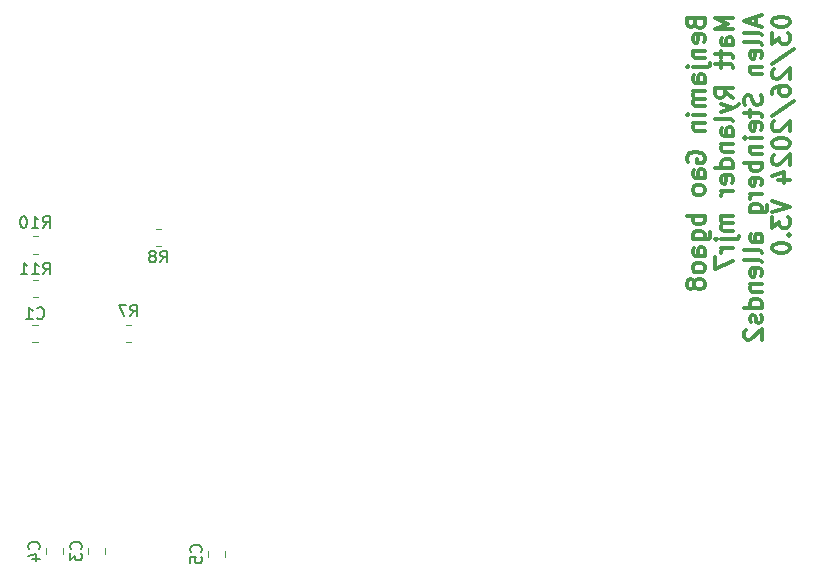
<source format=gbr>
%TF.GenerationSoftware,KiCad,Pcbnew,7.0.10*%
%TF.CreationDate,2024-03-26T13:41:38-05:00*%
%TF.ProjectId,ESP32,45535033-322e-46b6-9963-61645f706362,rev?*%
%TF.SameCoordinates,Original*%
%TF.FileFunction,Legend,Bot*%
%TF.FilePolarity,Positive*%
%FSLAX46Y46*%
G04 Gerber Fmt 4.6, Leading zero omitted, Abs format (unit mm)*
G04 Created by KiCad (PCBNEW 7.0.10) date 2024-03-26 13:41:38*
%MOMM*%
%LPD*%
G01*
G04 APERTURE LIST*
%ADD10C,0.300000*%
%ADD11C,0.150000*%
%ADD12C,0.120000*%
G04 APERTURE END LIST*
D10*
X145694114Y-71158510D02*
X145765542Y-71372796D01*
X145765542Y-71372796D02*
X145836971Y-71444225D01*
X145836971Y-71444225D02*
X145979828Y-71515653D01*
X145979828Y-71515653D02*
X146194114Y-71515653D01*
X146194114Y-71515653D02*
X146336971Y-71444225D01*
X146336971Y-71444225D02*
X146408400Y-71372796D01*
X146408400Y-71372796D02*
X146479828Y-71229939D01*
X146479828Y-71229939D02*
X146479828Y-70658510D01*
X146479828Y-70658510D02*
X144979828Y-70658510D01*
X144979828Y-70658510D02*
X144979828Y-71158510D01*
X144979828Y-71158510D02*
X145051257Y-71301368D01*
X145051257Y-71301368D02*
X145122685Y-71372796D01*
X145122685Y-71372796D02*
X145265542Y-71444225D01*
X145265542Y-71444225D02*
X145408400Y-71444225D01*
X145408400Y-71444225D02*
X145551257Y-71372796D01*
X145551257Y-71372796D02*
X145622685Y-71301368D01*
X145622685Y-71301368D02*
X145694114Y-71158510D01*
X145694114Y-71158510D02*
X145694114Y-70658510D01*
X146408400Y-72729939D02*
X146479828Y-72587082D01*
X146479828Y-72587082D02*
X146479828Y-72301368D01*
X146479828Y-72301368D02*
X146408400Y-72158510D01*
X146408400Y-72158510D02*
X146265542Y-72087082D01*
X146265542Y-72087082D02*
X145694114Y-72087082D01*
X145694114Y-72087082D02*
X145551257Y-72158510D01*
X145551257Y-72158510D02*
X145479828Y-72301368D01*
X145479828Y-72301368D02*
X145479828Y-72587082D01*
X145479828Y-72587082D02*
X145551257Y-72729939D01*
X145551257Y-72729939D02*
X145694114Y-72801368D01*
X145694114Y-72801368D02*
X145836971Y-72801368D01*
X145836971Y-72801368D02*
X145979828Y-72087082D01*
X145479828Y-73444224D02*
X146479828Y-73444224D01*
X145622685Y-73444224D02*
X145551257Y-73515653D01*
X145551257Y-73515653D02*
X145479828Y-73658510D01*
X145479828Y-73658510D02*
X145479828Y-73872796D01*
X145479828Y-73872796D02*
X145551257Y-74015653D01*
X145551257Y-74015653D02*
X145694114Y-74087082D01*
X145694114Y-74087082D02*
X146479828Y-74087082D01*
X145479828Y-74801367D02*
X146765542Y-74801367D01*
X146765542Y-74801367D02*
X146908400Y-74729939D01*
X146908400Y-74729939D02*
X146979828Y-74587082D01*
X146979828Y-74587082D02*
X146979828Y-74515653D01*
X144979828Y-74801367D02*
X145051257Y-74729939D01*
X145051257Y-74729939D02*
X145122685Y-74801367D01*
X145122685Y-74801367D02*
X145051257Y-74872796D01*
X145051257Y-74872796D02*
X144979828Y-74801367D01*
X144979828Y-74801367D02*
X145122685Y-74801367D01*
X146479828Y-76158511D02*
X145694114Y-76158511D01*
X145694114Y-76158511D02*
X145551257Y-76087082D01*
X145551257Y-76087082D02*
X145479828Y-75944225D01*
X145479828Y-75944225D02*
X145479828Y-75658511D01*
X145479828Y-75658511D02*
X145551257Y-75515653D01*
X146408400Y-76158511D02*
X146479828Y-76015653D01*
X146479828Y-76015653D02*
X146479828Y-75658511D01*
X146479828Y-75658511D02*
X146408400Y-75515653D01*
X146408400Y-75515653D02*
X146265542Y-75444225D01*
X146265542Y-75444225D02*
X146122685Y-75444225D01*
X146122685Y-75444225D02*
X145979828Y-75515653D01*
X145979828Y-75515653D02*
X145908400Y-75658511D01*
X145908400Y-75658511D02*
X145908400Y-76015653D01*
X145908400Y-76015653D02*
X145836971Y-76158511D01*
X146479828Y-76872796D02*
X145479828Y-76872796D01*
X145622685Y-76872796D02*
X145551257Y-76944225D01*
X145551257Y-76944225D02*
X145479828Y-77087082D01*
X145479828Y-77087082D02*
X145479828Y-77301368D01*
X145479828Y-77301368D02*
X145551257Y-77444225D01*
X145551257Y-77444225D02*
X145694114Y-77515654D01*
X145694114Y-77515654D02*
X146479828Y-77515654D01*
X145694114Y-77515654D02*
X145551257Y-77587082D01*
X145551257Y-77587082D02*
X145479828Y-77729939D01*
X145479828Y-77729939D02*
X145479828Y-77944225D01*
X145479828Y-77944225D02*
X145551257Y-78087082D01*
X145551257Y-78087082D02*
X145694114Y-78158511D01*
X145694114Y-78158511D02*
X146479828Y-78158511D01*
X146479828Y-78872796D02*
X145479828Y-78872796D01*
X144979828Y-78872796D02*
X145051257Y-78801368D01*
X145051257Y-78801368D02*
X145122685Y-78872796D01*
X145122685Y-78872796D02*
X145051257Y-78944225D01*
X145051257Y-78944225D02*
X144979828Y-78872796D01*
X144979828Y-78872796D02*
X145122685Y-78872796D01*
X145479828Y-79587082D02*
X146479828Y-79587082D01*
X145622685Y-79587082D02*
X145551257Y-79658511D01*
X145551257Y-79658511D02*
X145479828Y-79801368D01*
X145479828Y-79801368D02*
X145479828Y-80015654D01*
X145479828Y-80015654D02*
X145551257Y-80158511D01*
X145551257Y-80158511D02*
X145694114Y-80229940D01*
X145694114Y-80229940D02*
X146479828Y-80229940D01*
X145051257Y-82872797D02*
X144979828Y-82729940D01*
X144979828Y-82729940D02*
X144979828Y-82515654D01*
X144979828Y-82515654D02*
X145051257Y-82301368D01*
X145051257Y-82301368D02*
X145194114Y-82158511D01*
X145194114Y-82158511D02*
X145336971Y-82087082D01*
X145336971Y-82087082D02*
X145622685Y-82015654D01*
X145622685Y-82015654D02*
X145836971Y-82015654D01*
X145836971Y-82015654D02*
X146122685Y-82087082D01*
X146122685Y-82087082D02*
X146265542Y-82158511D01*
X146265542Y-82158511D02*
X146408400Y-82301368D01*
X146408400Y-82301368D02*
X146479828Y-82515654D01*
X146479828Y-82515654D02*
X146479828Y-82658511D01*
X146479828Y-82658511D02*
X146408400Y-82872797D01*
X146408400Y-82872797D02*
X146336971Y-82944225D01*
X146336971Y-82944225D02*
X145836971Y-82944225D01*
X145836971Y-82944225D02*
X145836971Y-82658511D01*
X146479828Y-84229940D02*
X145694114Y-84229940D01*
X145694114Y-84229940D02*
X145551257Y-84158511D01*
X145551257Y-84158511D02*
X145479828Y-84015654D01*
X145479828Y-84015654D02*
X145479828Y-83729940D01*
X145479828Y-83729940D02*
X145551257Y-83587082D01*
X146408400Y-84229940D02*
X146479828Y-84087082D01*
X146479828Y-84087082D02*
X146479828Y-83729940D01*
X146479828Y-83729940D02*
X146408400Y-83587082D01*
X146408400Y-83587082D02*
X146265542Y-83515654D01*
X146265542Y-83515654D02*
X146122685Y-83515654D01*
X146122685Y-83515654D02*
X145979828Y-83587082D01*
X145979828Y-83587082D02*
X145908400Y-83729940D01*
X145908400Y-83729940D02*
X145908400Y-84087082D01*
X145908400Y-84087082D02*
X145836971Y-84229940D01*
X146479828Y-85158511D02*
X146408400Y-85015654D01*
X146408400Y-85015654D02*
X146336971Y-84944225D01*
X146336971Y-84944225D02*
X146194114Y-84872797D01*
X146194114Y-84872797D02*
X145765542Y-84872797D01*
X145765542Y-84872797D02*
X145622685Y-84944225D01*
X145622685Y-84944225D02*
X145551257Y-85015654D01*
X145551257Y-85015654D02*
X145479828Y-85158511D01*
X145479828Y-85158511D02*
X145479828Y-85372797D01*
X145479828Y-85372797D02*
X145551257Y-85515654D01*
X145551257Y-85515654D02*
X145622685Y-85587083D01*
X145622685Y-85587083D02*
X145765542Y-85658511D01*
X145765542Y-85658511D02*
X146194114Y-85658511D01*
X146194114Y-85658511D02*
X146336971Y-85587083D01*
X146336971Y-85587083D02*
X146408400Y-85515654D01*
X146408400Y-85515654D02*
X146479828Y-85372797D01*
X146479828Y-85372797D02*
X146479828Y-85158511D01*
X146479828Y-87444225D02*
X144979828Y-87444225D01*
X145551257Y-87444225D02*
X145479828Y-87587083D01*
X145479828Y-87587083D02*
X145479828Y-87872797D01*
X145479828Y-87872797D02*
X145551257Y-88015654D01*
X145551257Y-88015654D02*
X145622685Y-88087083D01*
X145622685Y-88087083D02*
X145765542Y-88158511D01*
X145765542Y-88158511D02*
X146194114Y-88158511D01*
X146194114Y-88158511D02*
X146336971Y-88087083D01*
X146336971Y-88087083D02*
X146408400Y-88015654D01*
X146408400Y-88015654D02*
X146479828Y-87872797D01*
X146479828Y-87872797D02*
X146479828Y-87587083D01*
X146479828Y-87587083D02*
X146408400Y-87444225D01*
X145479828Y-89444226D02*
X146694114Y-89444226D01*
X146694114Y-89444226D02*
X146836971Y-89372797D01*
X146836971Y-89372797D02*
X146908400Y-89301368D01*
X146908400Y-89301368D02*
X146979828Y-89158511D01*
X146979828Y-89158511D02*
X146979828Y-88944226D01*
X146979828Y-88944226D02*
X146908400Y-88801368D01*
X146408400Y-89444226D02*
X146479828Y-89301368D01*
X146479828Y-89301368D02*
X146479828Y-89015654D01*
X146479828Y-89015654D02*
X146408400Y-88872797D01*
X146408400Y-88872797D02*
X146336971Y-88801368D01*
X146336971Y-88801368D02*
X146194114Y-88729940D01*
X146194114Y-88729940D02*
X145765542Y-88729940D01*
X145765542Y-88729940D02*
X145622685Y-88801368D01*
X145622685Y-88801368D02*
X145551257Y-88872797D01*
X145551257Y-88872797D02*
X145479828Y-89015654D01*
X145479828Y-89015654D02*
X145479828Y-89301368D01*
X145479828Y-89301368D02*
X145551257Y-89444226D01*
X146479828Y-90801369D02*
X145694114Y-90801369D01*
X145694114Y-90801369D02*
X145551257Y-90729940D01*
X145551257Y-90729940D02*
X145479828Y-90587083D01*
X145479828Y-90587083D02*
X145479828Y-90301369D01*
X145479828Y-90301369D02*
X145551257Y-90158511D01*
X146408400Y-90801369D02*
X146479828Y-90658511D01*
X146479828Y-90658511D02*
X146479828Y-90301369D01*
X146479828Y-90301369D02*
X146408400Y-90158511D01*
X146408400Y-90158511D02*
X146265542Y-90087083D01*
X146265542Y-90087083D02*
X146122685Y-90087083D01*
X146122685Y-90087083D02*
X145979828Y-90158511D01*
X145979828Y-90158511D02*
X145908400Y-90301369D01*
X145908400Y-90301369D02*
X145908400Y-90658511D01*
X145908400Y-90658511D02*
X145836971Y-90801369D01*
X146479828Y-91729940D02*
X146408400Y-91587083D01*
X146408400Y-91587083D02*
X146336971Y-91515654D01*
X146336971Y-91515654D02*
X146194114Y-91444226D01*
X146194114Y-91444226D02*
X145765542Y-91444226D01*
X145765542Y-91444226D02*
X145622685Y-91515654D01*
X145622685Y-91515654D02*
X145551257Y-91587083D01*
X145551257Y-91587083D02*
X145479828Y-91729940D01*
X145479828Y-91729940D02*
X145479828Y-91944226D01*
X145479828Y-91944226D02*
X145551257Y-92087083D01*
X145551257Y-92087083D02*
X145622685Y-92158512D01*
X145622685Y-92158512D02*
X145765542Y-92229940D01*
X145765542Y-92229940D02*
X146194114Y-92229940D01*
X146194114Y-92229940D02*
X146336971Y-92158512D01*
X146336971Y-92158512D02*
X146408400Y-92087083D01*
X146408400Y-92087083D02*
X146479828Y-91944226D01*
X146479828Y-91944226D02*
X146479828Y-91729940D01*
X145622685Y-93087083D02*
X145551257Y-92944226D01*
X145551257Y-92944226D02*
X145479828Y-92872797D01*
X145479828Y-92872797D02*
X145336971Y-92801369D01*
X145336971Y-92801369D02*
X145265542Y-92801369D01*
X145265542Y-92801369D02*
X145122685Y-92872797D01*
X145122685Y-92872797D02*
X145051257Y-92944226D01*
X145051257Y-92944226D02*
X144979828Y-93087083D01*
X144979828Y-93087083D02*
X144979828Y-93372797D01*
X144979828Y-93372797D02*
X145051257Y-93515655D01*
X145051257Y-93515655D02*
X145122685Y-93587083D01*
X145122685Y-93587083D02*
X145265542Y-93658512D01*
X145265542Y-93658512D02*
X145336971Y-93658512D01*
X145336971Y-93658512D02*
X145479828Y-93587083D01*
X145479828Y-93587083D02*
X145551257Y-93515655D01*
X145551257Y-93515655D02*
X145622685Y-93372797D01*
X145622685Y-93372797D02*
X145622685Y-93087083D01*
X145622685Y-93087083D02*
X145694114Y-92944226D01*
X145694114Y-92944226D02*
X145765542Y-92872797D01*
X145765542Y-92872797D02*
X145908400Y-92801369D01*
X145908400Y-92801369D02*
X146194114Y-92801369D01*
X146194114Y-92801369D02*
X146336971Y-92872797D01*
X146336971Y-92872797D02*
X146408400Y-92944226D01*
X146408400Y-92944226D02*
X146479828Y-93087083D01*
X146479828Y-93087083D02*
X146479828Y-93372797D01*
X146479828Y-93372797D02*
X146408400Y-93515655D01*
X146408400Y-93515655D02*
X146336971Y-93587083D01*
X146336971Y-93587083D02*
X146194114Y-93658512D01*
X146194114Y-93658512D02*
X145908400Y-93658512D01*
X145908400Y-93658512D02*
X145765542Y-93587083D01*
X145765542Y-93587083D02*
X145694114Y-93515655D01*
X145694114Y-93515655D02*
X145622685Y-93372797D01*
X148894828Y-70658510D02*
X147394828Y-70658510D01*
X147394828Y-70658510D02*
X148466257Y-71158510D01*
X148466257Y-71158510D02*
X147394828Y-71658510D01*
X147394828Y-71658510D02*
X148894828Y-71658510D01*
X148894828Y-73015654D02*
X148109114Y-73015654D01*
X148109114Y-73015654D02*
X147966257Y-72944225D01*
X147966257Y-72944225D02*
X147894828Y-72801368D01*
X147894828Y-72801368D02*
X147894828Y-72515654D01*
X147894828Y-72515654D02*
X147966257Y-72372796D01*
X148823400Y-73015654D02*
X148894828Y-72872796D01*
X148894828Y-72872796D02*
X148894828Y-72515654D01*
X148894828Y-72515654D02*
X148823400Y-72372796D01*
X148823400Y-72372796D02*
X148680542Y-72301368D01*
X148680542Y-72301368D02*
X148537685Y-72301368D01*
X148537685Y-72301368D02*
X148394828Y-72372796D01*
X148394828Y-72372796D02*
X148323400Y-72515654D01*
X148323400Y-72515654D02*
X148323400Y-72872796D01*
X148323400Y-72872796D02*
X148251971Y-73015654D01*
X147894828Y-73515654D02*
X147894828Y-74087082D01*
X147394828Y-73729939D02*
X148680542Y-73729939D01*
X148680542Y-73729939D02*
X148823400Y-73801368D01*
X148823400Y-73801368D02*
X148894828Y-73944225D01*
X148894828Y-73944225D02*
X148894828Y-74087082D01*
X147894828Y-74372797D02*
X147894828Y-74944225D01*
X147394828Y-74587082D02*
X148680542Y-74587082D01*
X148680542Y-74587082D02*
X148823400Y-74658511D01*
X148823400Y-74658511D02*
X148894828Y-74801368D01*
X148894828Y-74801368D02*
X148894828Y-74944225D01*
X148894828Y-77444225D02*
X148180542Y-76944225D01*
X148894828Y-76587082D02*
X147394828Y-76587082D01*
X147394828Y-76587082D02*
X147394828Y-77158511D01*
X147394828Y-77158511D02*
X147466257Y-77301368D01*
X147466257Y-77301368D02*
X147537685Y-77372797D01*
X147537685Y-77372797D02*
X147680542Y-77444225D01*
X147680542Y-77444225D02*
X147894828Y-77444225D01*
X147894828Y-77444225D02*
X148037685Y-77372797D01*
X148037685Y-77372797D02*
X148109114Y-77301368D01*
X148109114Y-77301368D02*
X148180542Y-77158511D01*
X148180542Y-77158511D02*
X148180542Y-76587082D01*
X147894828Y-77944225D02*
X148894828Y-78301368D01*
X147894828Y-78658511D02*
X148894828Y-78301368D01*
X148894828Y-78301368D02*
X149251971Y-78158511D01*
X149251971Y-78158511D02*
X149323400Y-78087082D01*
X149323400Y-78087082D02*
X149394828Y-77944225D01*
X148894828Y-79444225D02*
X148823400Y-79301368D01*
X148823400Y-79301368D02*
X148680542Y-79229939D01*
X148680542Y-79229939D02*
X147394828Y-79229939D01*
X148894828Y-80658511D02*
X148109114Y-80658511D01*
X148109114Y-80658511D02*
X147966257Y-80587082D01*
X147966257Y-80587082D02*
X147894828Y-80444225D01*
X147894828Y-80444225D02*
X147894828Y-80158511D01*
X147894828Y-80158511D02*
X147966257Y-80015653D01*
X148823400Y-80658511D02*
X148894828Y-80515653D01*
X148894828Y-80515653D02*
X148894828Y-80158511D01*
X148894828Y-80158511D02*
X148823400Y-80015653D01*
X148823400Y-80015653D02*
X148680542Y-79944225D01*
X148680542Y-79944225D02*
X148537685Y-79944225D01*
X148537685Y-79944225D02*
X148394828Y-80015653D01*
X148394828Y-80015653D02*
X148323400Y-80158511D01*
X148323400Y-80158511D02*
X148323400Y-80515653D01*
X148323400Y-80515653D02*
X148251971Y-80658511D01*
X147894828Y-81372796D02*
X148894828Y-81372796D01*
X148037685Y-81372796D02*
X147966257Y-81444225D01*
X147966257Y-81444225D02*
X147894828Y-81587082D01*
X147894828Y-81587082D02*
X147894828Y-81801368D01*
X147894828Y-81801368D02*
X147966257Y-81944225D01*
X147966257Y-81944225D02*
X148109114Y-82015654D01*
X148109114Y-82015654D02*
X148894828Y-82015654D01*
X148894828Y-83372797D02*
X147394828Y-83372797D01*
X148823400Y-83372797D02*
X148894828Y-83229939D01*
X148894828Y-83229939D02*
X148894828Y-82944225D01*
X148894828Y-82944225D02*
X148823400Y-82801368D01*
X148823400Y-82801368D02*
X148751971Y-82729939D01*
X148751971Y-82729939D02*
X148609114Y-82658511D01*
X148609114Y-82658511D02*
X148180542Y-82658511D01*
X148180542Y-82658511D02*
X148037685Y-82729939D01*
X148037685Y-82729939D02*
X147966257Y-82801368D01*
X147966257Y-82801368D02*
X147894828Y-82944225D01*
X147894828Y-82944225D02*
X147894828Y-83229939D01*
X147894828Y-83229939D02*
X147966257Y-83372797D01*
X148823400Y-84658511D02*
X148894828Y-84515654D01*
X148894828Y-84515654D02*
X148894828Y-84229940D01*
X148894828Y-84229940D02*
X148823400Y-84087082D01*
X148823400Y-84087082D02*
X148680542Y-84015654D01*
X148680542Y-84015654D02*
X148109114Y-84015654D01*
X148109114Y-84015654D02*
X147966257Y-84087082D01*
X147966257Y-84087082D02*
X147894828Y-84229940D01*
X147894828Y-84229940D02*
X147894828Y-84515654D01*
X147894828Y-84515654D02*
X147966257Y-84658511D01*
X147966257Y-84658511D02*
X148109114Y-84729940D01*
X148109114Y-84729940D02*
X148251971Y-84729940D01*
X148251971Y-84729940D02*
X148394828Y-84015654D01*
X148894828Y-85372796D02*
X147894828Y-85372796D01*
X148180542Y-85372796D02*
X148037685Y-85444225D01*
X148037685Y-85444225D02*
X147966257Y-85515654D01*
X147966257Y-85515654D02*
X147894828Y-85658511D01*
X147894828Y-85658511D02*
X147894828Y-85801368D01*
X148894828Y-87444224D02*
X147894828Y-87444224D01*
X148037685Y-87444224D02*
X147966257Y-87515653D01*
X147966257Y-87515653D02*
X147894828Y-87658510D01*
X147894828Y-87658510D02*
X147894828Y-87872796D01*
X147894828Y-87872796D02*
X147966257Y-88015653D01*
X147966257Y-88015653D02*
X148109114Y-88087082D01*
X148109114Y-88087082D02*
X148894828Y-88087082D01*
X148109114Y-88087082D02*
X147966257Y-88158510D01*
X147966257Y-88158510D02*
X147894828Y-88301367D01*
X147894828Y-88301367D02*
X147894828Y-88515653D01*
X147894828Y-88515653D02*
X147966257Y-88658510D01*
X147966257Y-88658510D02*
X148109114Y-88729939D01*
X148109114Y-88729939D02*
X148894828Y-88729939D01*
X147894828Y-89444224D02*
X149180542Y-89444224D01*
X149180542Y-89444224D02*
X149323400Y-89372796D01*
X149323400Y-89372796D02*
X149394828Y-89229939D01*
X149394828Y-89229939D02*
X149394828Y-89158510D01*
X147394828Y-89444224D02*
X147466257Y-89372796D01*
X147466257Y-89372796D02*
X147537685Y-89444224D01*
X147537685Y-89444224D02*
X147466257Y-89515653D01*
X147466257Y-89515653D02*
X147394828Y-89444224D01*
X147394828Y-89444224D02*
X147537685Y-89444224D01*
X148894828Y-90158510D02*
X147894828Y-90158510D01*
X148180542Y-90158510D02*
X148037685Y-90229939D01*
X148037685Y-90229939D02*
X147966257Y-90301368D01*
X147966257Y-90301368D02*
X147894828Y-90444225D01*
X147894828Y-90444225D02*
X147894828Y-90587082D01*
X147394828Y-90944224D02*
X147394828Y-91944224D01*
X147394828Y-91944224D02*
X148894828Y-91301367D01*
X150881257Y-70587082D02*
X150881257Y-71301368D01*
X151309828Y-70444225D02*
X149809828Y-70944225D01*
X149809828Y-70944225D02*
X151309828Y-71444225D01*
X151309828Y-72158510D02*
X151238400Y-72015653D01*
X151238400Y-72015653D02*
X151095542Y-71944224D01*
X151095542Y-71944224D02*
X149809828Y-71944224D01*
X151309828Y-72944224D02*
X151238400Y-72801367D01*
X151238400Y-72801367D02*
X151095542Y-72729938D01*
X151095542Y-72729938D02*
X149809828Y-72729938D01*
X151238400Y-74087081D02*
X151309828Y-73944224D01*
X151309828Y-73944224D02*
X151309828Y-73658510D01*
X151309828Y-73658510D02*
X151238400Y-73515652D01*
X151238400Y-73515652D02*
X151095542Y-73444224D01*
X151095542Y-73444224D02*
X150524114Y-73444224D01*
X150524114Y-73444224D02*
X150381257Y-73515652D01*
X150381257Y-73515652D02*
X150309828Y-73658510D01*
X150309828Y-73658510D02*
X150309828Y-73944224D01*
X150309828Y-73944224D02*
X150381257Y-74087081D01*
X150381257Y-74087081D02*
X150524114Y-74158510D01*
X150524114Y-74158510D02*
X150666971Y-74158510D01*
X150666971Y-74158510D02*
X150809828Y-73444224D01*
X150309828Y-74801366D02*
X151309828Y-74801366D01*
X150452685Y-74801366D02*
X150381257Y-74872795D01*
X150381257Y-74872795D02*
X150309828Y-75015652D01*
X150309828Y-75015652D02*
X150309828Y-75229938D01*
X150309828Y-75229938D02*
X150381257Y-75372795D01*
X150381257Y-75372795D02*
X150524114Y-75444224D01*
X150524114Y-75444224D02*
X151309828Y-75444224D01*
X151238400Y-77229938D02*
X151309828Y-77444224D01*
X151309828Y-77444224D02*
X151309828Y-77801366D01*
X151309828Y-77801366D02*
X151238400Y-77944224D01*
X151238400Y-77944224D02*
X151166971Y-78015652D01*
X151166971Y-78015652D02*
X151024114Y-78087081D01*
X151024114Y-78087081D02*
X150881257Y-78087081D01*
X150881257Y-78087081D02*
X150738400Y-78015652D01*
X150738400Y-78015652D02*
X150666971Y-77944224D01*
X150666971Y-77944224D02*
X150595542Y-77801366D01*
X150595542Y-77801366D02*
X150524114Y-77515652D01*
X150524114Y-77515652D02*
X150452685Y-77372795D01*
X150452685Y-77372795D02*
X150381257Y-77301366D01*
X150381257Y-77301366D02*
X150238400Y-77229938D01*
X150238400Y-77229938D02*
X150095542Y-77229938D01*
X150095542Y-77229938D02*
X149952685Y-77301366D01*
X149952685Y-77301366D02*
X149881257Y-77372795D01*
X149881257Y-77372795D02*
X149809828Y-77515652D01*
X149809828Y-77515652D02*
X149809828Y-77872795D01*
X149809828Y-77872795D02*
X149881257Y-78087081D01*
X150309828Y-78515652D02*
X150309828Y-79087080D01*
X149809828Y-78729937D02*
X151095542Y-78729937D01*
X151095542Y-78729937D02*
X151238400Y-78801366D01*
X151238400Y-78801366D02*
X151309828Y-78944223D01*
X151309828Y-78944223D02*
X151309828Y-79087080D01*
X151238400Y-80158509D02*
X151309828Y-80015652D01*
X151309828Y-80015652D02*
X151309828Y-79729938D01*
X151309828Y-79729938D02*
X151238400Y-79587080D01*
X151238400Y-79587080D02*
X151095542Y-79515652D01*
X151095542Y-79515652D02*
X150524114Y-79515652D01*
X150524114Y-79515652D02*
X150381257Y-79587080D01*
X150381257Y-79587080D02*
X150309828Y-79729938D01*
X150309828Y-79729938D02*
X150309828Y-80015652D01*
X150309828Y-80015652D02*
X150381257Y-80158509D01*
X150381257Y-80158509D02*
X150524114Y-80229938D01*
X150524114Y-80229938D02*
X150666971Y-80229938D01*
X150666971Y-80229938D02*
X150809828Y-79515652D01*
X151309828Y-80872794D02*
X150309828Y-80872794D01*
X149809828Y-80872794D02*
X149881257Y-80801366D01*
X149881257Y-80801366D02*
X149952685Y-80872794D01*
X149952685Y-80872794D02*
X149881257Y-80944223D01*
X149881257Y-80944223D02*
X149809828Y-80872794D01*
X149809828Y-80872794D02*
X149952685Y-80872794D01*
X150309828Y-81587080D02*
X151309828Y-81587080D01*
X150452685Y-81587080D02*
X150381257Y-81658509D01*
X150381257Y-81658509D02*
X150309828Y-81801366D01*
X150309828Y-81801366D02*
X150309828Y-82015652D01*
X150309828Y-82015652D02*
X150381257Y-82158509D01*
X150381257Y-82158509D02*
X150524114Y-82229938D01*
X150524114Y-82229938D02*
X151309828Y-82229938D01*
X151309828Y-82944223D02*
X149809828Y-82944223D01*
X150381257Y-82944223D02*
X150309828Y-83087081D01*
X150309828Y-83087081D02*
X150309828Y-83372795D01*
X150309828Y-83372795D02*
X150381257Y-83515652D01*
X150381257Y-83515652D02*
X150452685Y-83587081D01*
X150452685Y-83587081D02*
X150595542Y-83658509D01*
X150595542Y-83658509D02*
X151024114Y-83658509D01*
X151024114Y-83658509D02*
X151166971Y-83587081D01*
X151166971Y-83587081D02*
X151238400Y-83515652D01*
X151238400Y-83515652D02*
X151309828Y-83372795D01*
X151309828Y-83372795D02*
X151309828Y-83087081D01*
X151309828Y-83087081D02*
X151238400Y-82944223D01*
X151238400Y-84872795D02*
X151309828Y-84729938D01*
X151309828Y-84729938D02*
X151309828Y-84444224D01*
X151309828Y-84444224D02*
X151238400Y-84301366D01*
X151238400Y-84301366D02*
X151095542Y-84229938D01*
X151095542Y-84229938D02*
X150524114Y-84229938D01*
X150524114Y-84229938D02*
X150381257Y-84301366D01*
X150381257Y-84301366D02*
X150309828Y-84444224D01*
X150309828Y-84444224D02*
X150309828Y-84729938D01*
X150309828Y-84729938D02*
X150381257Y-84872795D01*
X150381257Y-84872795D02*
X150524114Y-84944224D01*
X150524114Y-84944224D02*
X150666971Y-84944224D01*
X150666971Y-84944224D02*
X150809828Y-84229938D01*
X151309828Y-85587080D02*
X150309828Y-85587080D01*
X150595542Y-85587080D02*
X150452685Y-85658509D01*
X150452685Y-85658509D02*
X150381257Y-85729938D01*
X150381257Y-85729938D02*
X150309828Y-85872795D01*
X150309828Y-85872795D02*
X150309828Y-86015652D01*
X150309828Y-87158509D02*
X151524114Y-87158509D01*
X151524114Y-87158509D02*
X151666971Y-87087080D01*
X151666971Y-87087080D02*
X151738400Y-87015651D01*
X151738400Y-87015651D02*
X151809828Y-86872794D01*
X151809828Y-86872794D02*
X151809828Y-86658509D01*
X151809828Y-86658509D02*
X151738400Y-86515651D01*
X151238400Y-87158509D02*
X151309828Y-87015651D01*
X151309828Y-87015651D02*
X151309828Y-86729937D01*
X151309828Y-86729937D02*
X151238400Y-86587080D01*
X151238400Y-86587080D02*
X151166971Y-86515651D01*
X151166971Y-86515651D02*
X151024114Y-86444223D01*
X151024114Y-86444223D02*
X150595542Y-86444223D01*
X150595542Y-86444223D02*
X150452685Y-86515651D01*
X150452685Y-86515651D02*
X150381257Y-86587080D01*
X150381257Y-86587080D02*
X150309828Y-86729937D01*
X150309828Y-86729937D02*
X150309828Y-87015651D01*
X150309828Y-87015651D02*
X150381257Y-87158509D01*
X151309828Y-89658509D02*
X150524114Y-89658509D01*
X150524114Y-89658509D02*
X150381257Y-89587080D01*
X150381257Y-89587080D02*
X150309828Y-89444223D01*
X150309828Y-89444223D02*
X150309828Y-89158509D01*
X150309828Y-89158509D02*
X150381257Y-89015651D01*
X151238400Y-89658509D02*
X151309828Y-89515651D01*
X151309828Y-89515651D02*
X151309828Y-89158509D01*
X151309828Y-89158509D02*
X151238400Y-89015651D01*
X151238400Y-89015651D02*
X151095542Y-88944223D01*
X151095542Y-88944223D02*
X150952685Y-88944223D01*
X150952685Y-88944223D02*
X150809828Y-89015651D01*
X150809828Y-89015651D02*
X150738400Y-89158509D01*
X150738400Y-89158509D02*
X150738400Y-89515651D01*
X150738400Y-89515651D02*
X150666971Y-89658509D01*
X151309828Y-90587080D02*
X151238400Y-90444223D01*
X151238400Y-90444223D02*
X151095542Y-90372794D01*
X151095542Y-90372794D02*
X149809828Y-90372794D01*
X151309828Y-91372794D02*
X151238400Y-91229937D01*
X151238400Y-91229937D02*
X151095542Y-91158508D01*
X151095542Y-91158508D02*
X149809828Y-91158508D01*
X151238400Y-92515651D02*
X151309828Y-92372794D01*
X151309828Y-92372794D02*
X151309828Y-92087080D01*
X151309828Y-92087080D02*
X151238400Y-91944222D01*
X151238400Y-91944222D02*
X151095542Y-91872794D01*
X151095542Y-91872794D02*
X150524114Y-91872794D01*
X150524114Y-91872794D02*
X150381257Y-91944222D01*
X150381257Y-91944222D02*
X150309828Y-92087080D01*
X150309828Y-92087080D02*
X150309828Y-92372794D01*
X150309828Y-92372794D02*
X150381257Y-92515651D01*
X150381257Y-92515651D02*
X150524114Y-92587080D01*
X150524114Y-92587080D02*
X150666971Y-92587080D01*
X150666971Y-92587080D02*
X150809828Y-91872794D01*
X150309828Y-93229936D02*
X151309828Y-93229936D01*
X150452685Y-93229936D02*
X150381257Y-93301365D01*
X150381257Y-93301365D02*
X150309828Y-93444222D01*
X150309828Y-93444222D02*
X150309828Y-93658508D01*
X150309828Y-93658508D02*
X150381257Y-93801365D01*
X150381257Y-93801365D02*
X150524114Y-93872794D01*
X150524114Y-93872794D02*
X151309828Y-93872794D01*
X151309828Y-95229937D02*
X149809828Y-95229937D01*
X151238400Y-95229937D02*
X151309828Y-95087079D01*
X151309828Y-95087079D02*
X151309828Y-94801365D01*
X151309828Y-94801365D02*
X151238400Y-94658508D01*
X151238400Y-94658508D02*
X151166971Y-94587079D01*
X151166971Y-94587079D02*
X151024114Y-94515651D01*
X151024114Y-94515651D02*
X150595542Y-94515651D01*
X150595542Y-94515651D02*
X150452685Y-94587079D01*
X150452685Y-94587079D02*
X150381257Y-94658508D01*
X150381257Y-94658508D02*
X150309828Y-94801365D01*
X150309828Y-94801365D02*
X150309828Y-95087079D01*
X150309828Y-95087079D02*
X150381257Y-95229937D01*
X151238400Y-95872794D02*
X151309828Y-96015651D01*
X151309828Y-96015651D02*
X151309828Y-96301365D01*
X151309828Y-96301365D02*
X151238400Y-96444222D01*
X151238400Y-96444222D02*
X151095542Y-96515651D01*
X151095542Y-96515651D02*
X151024114Y-96515651D01*
X151024114Y-96515651D02*
X150881257Y-96444222D01*
X150881257Y-96444222D02*
X150809828Y-96301365D01*
X150809828Y-96301365D02*
X150809828Y-96087080D01*
X150809828Y-96087080D02*
X150738400Y-95944222D01*
X150738400Y-95944222D02*
X150595542Y-95872794D01*
X150595542Y-95872794D02*
X150524114Y-95872794D01*
X150524114Y-95872794D02*
X150381257Y-95944222D01*
X150381257Y-95944222D02*
X150309828Y-96087080D01*
X150309828Y-96087080D02*
X150309828Y-96301365D01*
X150309828Y-96301365D02*
X150381257Y-96444222D01*
X149952685Y-97087080D02*
X149881257Y-97158508D01*
X149881257Y-97158508D02*
X149809828Y-97301366D01*
X149809828Y-97301366D02*
X149809828Y-97658508D01*
X149809828Y-97658508D02*
X149881257Y-97801366D01*
X149881257Y-97801366D02*
X149952685Y-97872794D01*
X149952685Y-97872794D02*
X150095542Y-97944223D01*
X150095542Y-97944223D02*
X150238400Y-97944223D01*
X150238400Y-97944223D02*
X150452685Y-97872794D01*
X150452685Y-97872794D02*
X151309828Y-97015651D01*
X151309828Y-97015651D02*
X151309828Y-97944223D01*
X152224828Y-70944225D02*
X152224828Y-71087082D01*
X152224828Y-71087082D02*
X152296257Y-71229939D01*
X152296257Y-71229939D02*
X152367685Y-71301368D01*
X152367685Y-71301368D02*
X152510542Y-71372796D01*
X152510542Y-71372796D02*
X152796257Y-71444225D01*
X152796257Y-71444225D02*
X153153400Y-71444225D01*
X153153400Y-71444225D02*
X153439114Y-71372796D01*
X153439114Y-71372796D02*
X153581971Y-71301368D01*
X153581971Y-71301368D02*
X153653400Y-71229939D01*
X153653400Y-71229939D02*
X153724828Y-71087082D01*
X153724828Y-71087082D02*
X153724828Y-70944225D01*
X153724828Y-70944225D02*
X153653400Y-70801368D01*
X153653400Y-70801368D02*
X153581971Y-70729939D01*
X153581971Y-70729939D02*
X153439114Y-70658510D01*
X153439114Y-70658510D02*
X153153400Y-70587082D01*
X153153400Y-70587082D02*
X152796257Y-70587082D01*
X152796257Y-70587082D02*
X152510542Y-70658510D01*
X152510542Y-70658510D02*
X152367685Y-70729939D01*
X152367685Y-70729939D02*
X152296257Y-70801368D01*
X152296257Y-70801368D02*
X152224828Y-70944225D01*
X152224828Y-71944224D02*
X152224828Y-72872796D01*
X152224828Y-72872796D02*
X152796257Y-72372796D01*
X152796257Y-72372796D02*
X152796257Y-72587081D01*
X152796257Y-72587081D02*
X152867685Y-72729939D01*
X152867685Y-72729939D02*
X152939114Y-72801367D01*
X152939114Y-72801367D02*
X153081971Y-72872796D01*
X153081971Y-72872796D02*
X153439114Y-72872796D01*
X153439114Y-72872796D02*
X153581971Y-72801367D01*
X153581971Y-72801367D02*
X153653400Y-72729939D01*
X153653400Y-72729939D02*
X153724828Y-72587081D01*
X153724828Y-72587081D02*
X153724828Y-72158510D01*
X153724828Y-72158510D02*
X153653400Y-72015653D01*
X153653400Y-72015653D02*
X153581971Y-71944224D01*
X152153400Y-74587081D02*
X154081971Y-73301367D01*
X152367685Y-75015653D02*
X152296257Y-75087081D01*
X152296257Y-75087081D02*
X152224828Y-75229939D01*
X152224828Y-75229939D02*
X152224828Y-75587081D01*
X152224828Y-75587081D02*
X152296257Y-75729939D01*
X152296257Y-75729939D02*
X152367685Y-75801367D01*
X152367685Y-75801367D02*
X152510542Y-75872796D01*
X152510542Y-75872796D02*
X152653400Y-75872796D01*
X152653400Y-75872796D02*
X152867685Y-75801367D01*
X152867685Y-75801367D02*
X153724828Y-74944224D01*
X153724828Y-74944224D02*
X153724828Y-75872796D01*
X152224828Y-77158510D02*
X152224828Y-76872795D01*
X152224828Y-76872795D02*
X152296257Y-76729938D01*
X152296257Y-76729938D02*
X152367685Y-76658510D01*
X152367685Y-76658510D02*
X152581971Y-76515652D01*
X152581971Y-76515652D02*
X152867685Y-76444224D01*
X152867685Y-76444224D02*
X153439114Y-76444224D01*
X153439114Y-76444224D02*
X153581971Y-76515652D01*
X153581971Y-76515652D02*
X153653400Y-76587081D01*
X153653400Y-76587081D02*
X153724828Y-76729938D01*
X153724828Y-76729938D02*
X153724828Y-77015652D01*
X153724828Y-77015652D02*
X153653400Y-77158510D01*
X153653400Y-77158510D02*
X153581971Y-77229938D01*
X153581971Y-77229938D02*
X153439114Y-77301367D01*
X153439114Y-77301367D02*
X153081971Y-77301367D01*
X153081971Y-77301367D02*
X152939114Y-77229938D01*
X152939114Y-77229938D02*
X152867685Y-77158510D01*
X152867685Y-77158510D02*
X152796257Y-77015652D01*
X152796257Y-77015652D02*
X152796257Y-76729938D01*
X152796257Y-76729938D02*
X152867685Y-76587081D01*
X152867685Y-76587081D02*
X152939114Y-76515652D01*
X152939114Y-76515652D02*
X153081971Y-76444224D01*
X152153400Y-79015652D02*
X154081971Y-77729938D01*
X152367685Y-79444224D02*
X152296257Y-79515652D01*
X152296257Y-79515652D02*
X152224828Y-79658510D01*
X152224828Y-79658510D02*
X152224828Y-80015652D01*
X152224828Y-80015652D02*
X152296257Y-80158510D01*
X152296257Y-80158510D02*
X152367685Y-80229938D01*
X152367685Y-80229938D02*
X152510542Y-80301367D01*
X152510542Y-80301367D02*
X152653400Y-80301367D01*
X152653400Y-80301367D02*
X152867685Y-80229938D01*
X152867685Y-80229938D02*
X153724828Y-79372795D01*
X153724828Y-79372795D02*
X153724828Y-80301367D01*
X152224828Y-81229938D02*
X152224828Y-81372795D01*
X152224828Y-81372795D02*
X152296257Y-81515652D01*
X152296257Y-81515652D02*
X152367685Y-81587081D01*
X152367685Y-81587081D02*
X152510542Y-81658509D01*
X152510542Y-81658509D02*
X152796257Y-81729938D01*
X152796257Y-81729938D02*
X153153400Y-81729938D01*
X153153400Y-81729938D02*
X153439114Y-81658509D01*
X153439114Y-81658509D02*
X153581971Y-81587081D01*
X153581971Y-81587081D02*
X153653400Y-81515652D01*
X153653400Y-81515652D02*
X153724828Y-81372795D01*
X153724828Y-81372795D02*
X153724828Y-81229938D01*
X153724828Y-81229938D02*
X153653400Y-81087081D01*
X153653400Y-81087081D02*
X153581971Y-81015652D01*
X153581971Y-81015652D02*
X153439114Y-80944223D01*
X153439114Y-80944223D02*
X153153400Y-80872795D01*
X153153400Y-80872795D02*
X152796257Y-80872795D01*
X152796257Y-80872795D02*
X152510542Y-80944223D01*
X152510542Y-80944223D02*
X152367685Y-81015652D01*
X152367685Y-81015652D02*
X152296257Y-81087081D01*
X152296257Y-81087081D02*
X152224828Y-81229938D01*
X152367685Y-82301366D02*
X152296257Y-82372794D01*
X152296257Y-82372794D02*
X152224828Y-82515652D01*
X152224828Y-82515652D02*
X152224828Y-82872794D01*
X152224828Y-82872794D02*
X152296257Y-83015652D01*
X152296257Y-83015652D02*
X152367685Y-83087080D01*
X152367685Y-83087080D02*
X152510542Y-83158509D01*
X152510542Y-83158509D02*
X152653400Y-83158509D01*
X152653400Y-83158509D02*
X152867685Y-83087080D01*
X152867685Y-83087080D02*
X153724828Y-82229937D01*
X153724828Y-82229937D02*
X153724828Y-83158509D01*
X152724828Y-84444223D02*
X153724828Y-84444223D01*
X152153400Y-84087080D02*
X153224828Y-83729937D01*
X153224828Y-83729937D02*
X153224828Y-84658508D01*
X152224828Y-86158508D02*
X153724828Y-86658508D01*
X153724828Y-86658508D02*
X152224828Y-87158508D01*
X152224828Y-87515650D02*
X152224828Y-88444222D01*
X152224828Y-88444222D02*
X152796257Y-87944222D01*
X152796257Y-87944222D02*
X152796257Y-88158507D01*
X152796257Y-88158507D02*
X152867685Y-88301365D01*
X152867685Y-88301365D02*
X152939114Y-88372793D01*
X152939114Y-88372793D02*
X153081971Y-88444222D01*
X153081971Y-88444222D02*
X153439114Y-88444222D01*
X153439114Y-88444222D02*
X153581971Y-88372793D01*
X153581971Y-88372793D02*
X153653400Y-88301365D01*
X153653400Y-88301365D02*
X153724828Y-88158507D01*
X153724828Y-88158507D02*
X153724828Y-87729936D01*
X153724828Y-87729936D02*
X153653400Y-87587079D01*
X153653400Y-87587079D02*
X153581971Y-87515650D01*
X153581971Y-89087078D02*
X153653400Y-89158507D01*
X153653400Y-89158507D02*
X153724828Y-89087078D01*
X153724828Y-89087078D02*
X153653400Y-89015650D01*
X153653400Y-89015650D02*
X153581971Y-89087078D01*
X153581971Y-89087078D02*
X153724828Y-89087078D01*
X152224828Y-90087079D02*
X152224828Y-90229936D01*
X152224828Y-90229936D02*
X152296257Y-90372793D01*
X152296257Y-90372793D02*
X152367685Y-90444222D01*
X152367685Y-90444222D02*
X152510542Y-90515650D01*
X152510542Y-90515650D02*
X152796257Y-90587079D01*
X152796257Y-90587079D02*
X153153400Y-90587079D01*
X153153400Y-90587079D02*
X153439114Y-90515650D01*
X153439114Y-90515650D02*
X153581971Y-90444222D01*
X153581971Y-90444222D02*
X153653400Y-90372793D01*
X153653400Y-90372793D02*
X153724828Y-90229936D01*
X153724828Y-90229936D02*
X153724828Y-90087079D01*
X153724828Y-90087079D02*
X153653400Y-89944222D01*
X153653400Y-89944222D02*
X153581971Y-89872793D01*
X153581971Y-89872793D02*
X153439114Y-89801364D01*
X153439114Y-89801364D02*
X153153400Y-89729936D01*
X153153400Y-89729936D02*
X152796257Y-89729936D01*
X152796257Y-89729936D02*
X152510542Y-89801364D01*
X152510542Y-89801364D02*
X152367685Y-89872793D01*
X152367685Y-89872793D02*
X152296257Y-89944222D01*
X152296257Y-89944222D02*
X152224828Y-90087079D01*
D11*
X97870666Y-95958819D02*
X98203999Y-95482628D01*
X98442094Y-95958819D02*
X98442094Y-94958819D01*
X98442094Y-94958819D02*
X98061142Y-94958819D01*
X98061142Y-94958819D02*
X97965904Y-95006438D01*
X97965904Y-95006438D02*
X97918285Y-95054057D01*
X97918285Y-95054057D02*
X97870666Y-95149295D01*
X97870666Y-95149295D02*
X97870666Y-95292152D01*
X97870666Y-95292152D02*
X97918285Y-95387390D01*
X97918285Y-95387390D02*
X97965904Y-95435009D01*
X97965904Y-95435009D02*
X98061142Y-95482628D01*
X98061142Y-95482628D02*
X98442094Y-95482628D01*
X97537332Y-94958819D02*
X96870666Y-94958819D01*
X96870666Y-94958819D02*
X97299237Y-95958819D01*
X90455357Y-88465819D02*
X90788690Y-87989628D01*
X91026785Y-88465819D02*
X91026785Y-87465819D01*
X91026785Y-87465819D02*
X90645833Y-87465819D01*
X90645833Y-87465819D02*
X90550595Y-87513438D01*
X90550595Y-87513438D02*
X90502976Y-87561057D01*
X90502976Y-87561057D02*
X90455357Y-87656295D01*
X90455357Y-87656295D02*
X90455357Y-87799152D01*
X90455357Y-87799152D02*
X90502976Y-87894390D01*
X90502976Y-87894390D02*
X90550595Y-87942009D01*
X90550595Y-87942009D02*
X90645833Y-87989628D01*
X90645833Y-87989628D02*
X91026785Y-87989628D01*
X89502976Y-88465819D02*
X90074404Y-88465819D01*
X89788690Y-88465819D02*
X89788690Y-87465819D01*
X89788690Y-87465819D02*
X89883928Y-87608676D01*
X89883928Y-87608676D02*
X89979166Y-87703914D01*
X89979166Y-87703914D02*
X90074404Y-87751533D01*
X88883928Y-87465819D02*
X88788690Y-87465819D01*
X88788690Y-87465819D02*
X88693452Y-87513438D01*
X88693452Y-87513438D02*
X88645833Y-87561057D01*
X88645833Y-87561057D02*
X88598214Y-87656295D01*
X88598214Y-87656295D02*
X88550595Y-87846771D01*
X88550595Y-87846771D02*
X88550595Y-88084866D01*
X88550595Y-88084866D02*
X88598214Y-88275342D01*
X88598214Y-88275342D02*
X88645833Y-88370580D01*
X88645833Y-88370580D02*
X88693452Y-88418200D01*
X88693452Y-88418200D02*
X88788690Y-88465819D01*
X88788690Y-88465819D02*
X88883928Y-88465819D01*
X88883928Y-88465819D02*
X88979166Y-88418200D01*
X88979166Y-88418200D02*
X89026785Y-88370580D01*
X89026785Y-88370580D02*
X89074404Y-88275342D01*
X89074404Y-88275342D02*
X89122023Y-88084866D01*
X89122023Y-88084866D02*
X89122023Y-87846771D01*
X89122023Y-87846771D02*
X89074404Y-87656295D01*
X89074404Y-87656295D02*
X89026785Y-87561057D01*
X89026785Y-87561057D02*
X88979166Y-87513438D01*
X88979166Y-87513438D02*
X88883928Y-87465819D01*
X93675580Y-115657333D02*
X93723200Y-115609714D01*
X93723200Y-115609714D02*
X93770819Y-115466857D01*
X93770819Y-115466857D02*
X93770819Y-115371619D01*
X93770819Y-115371619D02*
X93723200Y-115228762D01*
X93723200Y-115228762D02*
X93627961Y-115133524D01*
X93627961Y-115133524D02*
X93532723Y-115085905D01*
X93532723Y-115085905D02*
X93342247Y-115038286D01*
X93342247Y-115038286D02*
X93199390Y-115038286D01*
X93199390Y-115038286D02*
X93008914Y-115085905D01*
X93008914Y-115085905D02*
X92913676Y-115133524D01*
X92913676Y-115133524D02*
X92818438Y-115228762D01*
X92818438Y-115228762D02*
X92770819Y-115371619D01*
X92770819Y-115371619D02*
X92770819Y-115466857D01*
X92770819Y-115466857D02*
X92818438Y-115609714D01*
X92818438Y-115609714D02*
X92866057Y-115657333D01*
X92770819Y-115990667D02*
X92770819Y-116609714D01*
X92770819Y-116609714D02*
X93151771Y-116276381D01*
X93151771Y-116276381D02*
X93151771Y-116419238D01*
X93151771Y-116419238D02*
X93199390Y-116514476D01*
X93199390Y-116514476D02*
X93247009Y-116562095D01*
X93247009Y-116562095D02*
X93342247Y-116609714D01*
X93342247Y-116609714D02*
X93580342Y-116609714D01*
X93580342Y-116609714D02*
X93675580Y-116562095D01*
X93675580Y-116562095D02*
X93723200Y-116514476D01*
X93723200Y-116514476D02*
X93770819Y-116419238D01*
X93770819Y-116419238D02*
X93770819Y-116133524D01*
X93770819Y-116133524D02*
X93723200Y-116038286D01*
X93723200Y-116038286D02*
X93675580Y-115990667D01*
X103835580Y-115911333D02*
X103883200Y-115863714D01*
X103883200Y-115863714D02*
X103930819Y-115720857D01*
X103930819Y-115720857D02*
X103930819Y-115625619D01*
X103930819Y-115625619D02*
X103883200Y-115482762D01*
X103883200Y-115482762D02*
X103787961Y-115387524D01*
X103787961Y-115387524D02*
X103692723Y-115339905D01*
X103692723Y-115339905D02*
X103502247Y-115292286D01*
X103502247Y-115292286D02*
X103359390Y-115292286D01*
X103359390Y-115292286D02*
X103168914Y-115339905D01*
X103168914Y-115339905D02*
X103073676Y-115387524D01*
X103073676Y-115387524D02*
X102978438Y-115482762D01*
X102978438Y-115482762D02*
X102930819Y-115625619D01*
X102930819Y-115625619D02*
X102930819Y-115720857D01*
X102930819Y-115720857D02*
X102978438Y-115863714D01*
X102978438Y-115863714D02*
X103026057Y-115911333D01*
X102930819Y-116816095D02*
X102930819Y-116339905D01*
X102930819Y-116339905D02*
X103407009Y-116292286D01*
X103407009Y-116292286D02*
X103359390Y-116339905D01*
X103359390Y-116339905D02*
X103311771Y-116435143D01*
X103311771Y-116435143D02*
X103311771Y-116673238D01*
X103311771Y-116673238D02*
X103359390Y-116768476D01*
X103359390Y-116768476D02*
X103407009Y-116816095D01*
X103407009Y-116816095D02*
X103502247Y-116863714D01*
X103502247Y-116863714D02*
X103740342Y-116863714D01*
X103740342Y-116863714D02*
X103835580Y-116816095D01*
X103835580Y-116816095D02*
X103883200Y-116768476D01*
X103883200Y-116768476D02*
X103930819Y-116673238D01*
X103930819Y-116673238D02*
X103930819Y-116435143D01*
X103930819Y-116435143D02*
X103883200Y-116339905D01*
X103883200Y-116339905D02*
X103835580Y-116292286D01*
X90119580Y-115657333D02*
X90167200Y-115609714D01*
X90167200Y-115609714D02*
X90214819Y-115466857D01*
X90214819Y-115466857D02*
X90214819Y-115371619D01*
X90214819Y-115371619D02*
X90167200Y-115228762D01*
X90167200Y-115228762D02*
X90071961Y-115133524D01*
X90071961Y-115133524D02*
X89976723Y-115085905D01*
X89976723Y-115085905D02*
X89786247Y-115038286D01*
X89786247Y-115038286D02*
X89643390Y-115038286D01*
X89643390Y-115038286D02*
X89452914Y-115085905D01*
X89452914Y-115085905D02*
X89357676Y-115133524D01*
X89357676Y-115133524D02*
X89262438Y-115228762D01*
X89262438Y-115228762D02*
X89214819Y-115371619D01*
X89214819Y-115371619D02*
X89214819Y-115466857D01*
X89214819Y-115466857D02*
X89262438Y-115609714D01*
X89262438Y-115609714D02*
X89310057Y-115657333D01*
X89548152Y-116514476D02*
X90214819Y-116514476D01*
X89167200Y-116276381D02*
X89881485Y-116038286D01*
X89881485Y-116038286D02*
X89881485Y-116657333D01*
X90472857Y-92403819D02*
X90806190Y-91927628D01*
X91044285Y-92403819D02*
X91044285Y-91403819D01*
X91044285Y-91403819D02*
X90663333Y-91403819D01*
X90663333Y-91403819D02*
X90568095Y-91451438D01*
X90568095Y-91451438D02*
X90520476Y-91499057D01*
X90520476Y-91499057D02*
X90472857Y-91594295D01*
X90472857Y-91594295D02*
X90472857Y-91737152D01*
X90472857Y-91737152D02*
X90520476Y-91832390D01*
X90520476Y-91832390D02*
X90568095Y-91880009D01*
X90568095Y-91880009D02*
X90663333Y-91927628D01*
X90663333Y-91927628D02*
X91044285Y-91927628D01*
X89520476Y-92403819D02*
X90091904Y-92403819D01*
X89806190Y-92403819D02*
X89806190Y-91403819D01*
X89806190Y-91403819D02*
X89901428Y-91546676D01*
X89901428Y-91546676D02*
X89996666Y-91641914D01*
X89996666Y-91641914D02*
X90091904Y-91689533D01*
X88568095Y-92403819D02*
X89139523Y-92403819D01*
X88853809Y-92403819D02*
X88853809Y-91403819D01*
X88853809Y-91403819D02*
X88949047Y-91546676D01*
X88949047Y-91546676D02*
X89044285Y-91641914D01*
X89044285Y-91641914D02*
X89139523Y-91689533D01*
X89979166Y-96088580D02*
X90026785Y-96136200D01*
X90026785Y-96136200D02*
X90169642Y-96183819D01*
X90169642Y-96183819D02*
X90264880Y-96183819D01*
X90264880Y-96183819D02*
X90407737Y-96136200D01*
X90407737Y-96136200D02*
X90502975Y-96040961D01*
X90502975Y-96040961D02*
X90550594Y-95945723D01*
X90550594Y-95945723D02*
X90598213Y-95755247D01*
X90598213Y-95755247D02*
X90598213Y-95612390D01*
X90598213Y-95612390D02*
X90550594Y-95421914D01*
X90550594Y-95421914D02*
X90502975Y-95326676D01*
X90502975Y-95326676D02*
X90407737Y-95231438D01*
X90407737Y-95231438D02*
X90264880Y-95183819D01*
X90264880Y-95183819D02*
X90169642Y-95183819D01*
X90169642Y-95183819D02*
X90026785Y-95231438D01*
X90026785Y-95231438D02*
X89979166Y-95279057D01*
X89026785Y-96183819D02*
X89598213Y-96183819D01*
X89312499Y-96183819D02*
X89312499Y-95183819D01*
X89312499Y-95183819D02*
X89407737Y-95326676D01*
X89407737Y-95326676D02*
X89502975Y-95421914D01*
X89502975Y-95421914D02*
X89598213Y-95469533D01*
X100410666Y-91385819D02*
X100743999Y-90909628D01*
X100982094Y-91385819D02*
X100982094Y-90385819D01*
X100982094Y-90385819D02*
X100601142Y-90385819D01*
X100601142Y-90385819D02*
X100505904Y-90433438D01*
X100505904Y-90433438D02*
X100458285Y-90481057D01*
X100458285Y-90481057D02*
X100410666Y-90576295D01*
X100410666Y-90576295D02*
X100410666Y-90719152D01*
X100410666Y-90719152D02*
X100458285Y-90814390D01*
X100458285Y-90814390D02*
X100505904Y-90862009D01*
X100505904Y-90862009D02*
X100601142Y-90909628D01*
X100601142Y-90909628D02*
X100982094Y-90909628D01*
X99839237Y-90814390D02*
X99934475Y-90766771D01*
X99934475Y-90766771D02*
X99982094Y-90719152D01*
X99982094Y-90719152D02*
X100029713Y-90623914D01*
X100029713Y-90623914D02*
X100029713Y-90576295D01*
X100029713Y-90576295D02*
X99982094Y-90481057D01*
X99982094Y-90481057D02*
X99934475Y-90433438D01*
X99934475Y-90433438D02*
X99839237Y-90385819D01*
X99839237Y-90385819D02*
X99648761Y-90385819D01*
X99648761Y-90385819D02*
X99553523Y-90433438D01*
X99553523Y-90433438D02*
X99505904Y-90481057D01*
X99505904Y-90481057D02*
X99458285Y-90576295D01*
X99458285Y-90576295D02*
X99458285Y-90623914D01*
X99458285Y-90623914D02*
X99505904Y-90719152D01*
X99505904Y-90719152D02*
X99553523Y-90766771D01*
X99553523Y-90766771D02*
X99648761Y-90814390D01*
X99648761Y-90814390D02*
X99839237Y-90814390D01*
X99839237Y-90814390D02*
X99934475Y-90862009D01*
X99934475Y-90862009D02*
X99982094Y-90909628D01*
X99982094Y-90909628D02*
X100029713Y-91004866D01*
X100029713Y-91004866D02*
X100029713Y-91195342D01*
X100029713Y-91195342D02*
X99982094Y-91290580D01*
X99982094Y-91290580D02*
X99934475Y-91338200D01*
X99934475Y-91338200D02*
X99839237Y-91385819D01*
X99839237Y-91385819D02*
X99648761Y-91385819D01*
X99648761Y-91385819D02*
X99553523Y-91338200D01*
X99553523Y-91338200D02*
X99505904Y-91290580D01*
X99505904Y-91290580D02*
X99458285Y-91195342D01*
X99458285Y-91195342D02*
X99458285Y-91004866D01*
X99458285Y-91004866D02*
X99505904Y-90909628D01*
X99505904Y-90909628D02*
X99553523Y-90862009D01*
X99553523Y-90862009D02*
X99648761Y-90814390D01*
D12*
%TO.C,R7*%
X97476936Y-96674000D02*
X97931064Y-96674000D01*
X97476936Y-98144000D02*
X97931064Y-98144000D01*
%TO.C,R10*%
X89585436Y-89181000D02*
X90039564Y-89181000D01*
X89585436Y-90651000D02*
X90039564Y-90651000D01*
%TO.C,C3*%
X95731000Y-115562748D02*
X95731000Y-116085252D01*
X94261000Y-115562748D02*
X94261000Y-116085252D01*
%TO.C,C5*%
X105891000Y-115816748D02*
X105891000Y-116339252D01*
X104421000Y-115816748D02*
X104421000Y-116339252D01*
%TO.C,C4*%
X90705000Y-115562748D02*
X90705000Y-116085252D01*
X92175000Y-115562748D02*
X92175000Y-116085252D01*
%TO.C,R11*%
X90057064Y-94334000D02*
X89602936Y-94334000D01*
X90057064Y-92864000D02*
X89602936Y-92864000D01*
%TO.C,C1*%
X90073752Y-98144000D02*
X89551248Y-98144000D01*
X90073752Y-96674000D02*
X89551248Y-96674000D01*
%TO.C,R8*%
X100016936Y-88546000D02*
X100471064Y-88546000D01*
X100016936Y-90016000D02*
X100471064Y-90016000D01*
%TD*%
M02*

</source>
